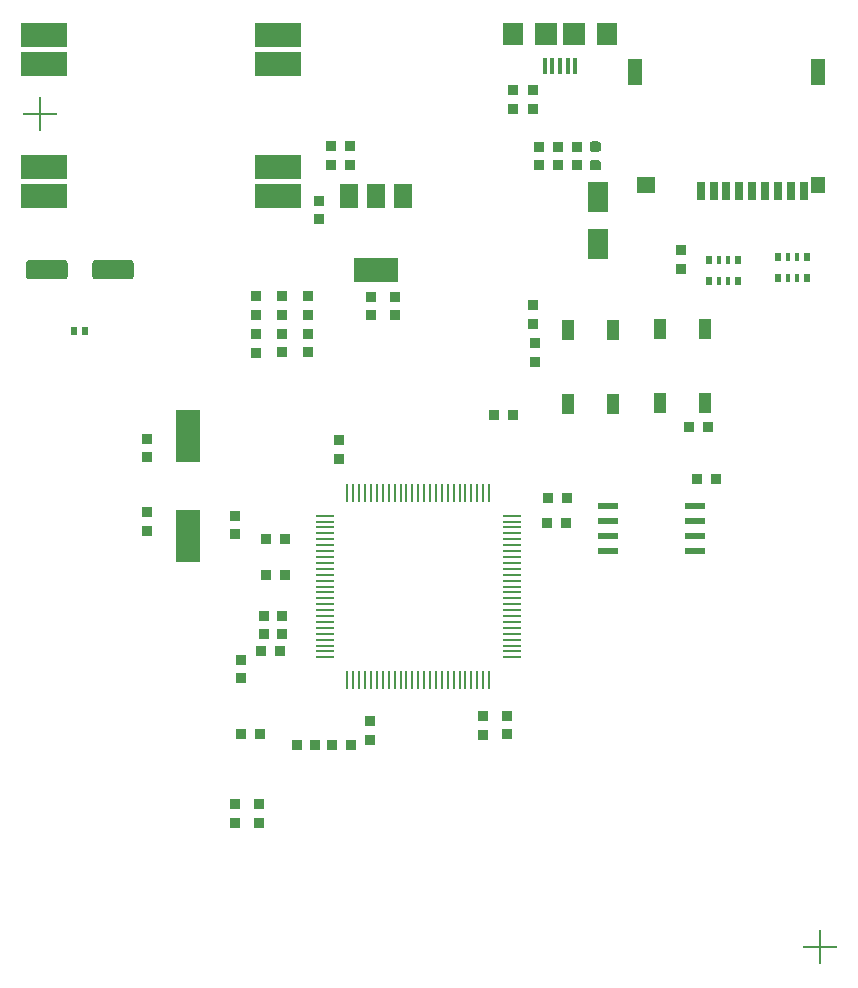
<source format=gtp>
G04 #@! TF.GenerationSoftware,KiCad,Pcbnew,6.0.0-unknown-0ba0c17~86~ubuntu19.04.1*
G04 #@! TF.CreationDate,2019-08-25T23:17:57-07:00*
G04 #@! TF.ProjectId,Nucleo-64-407,4e75636c-656f-42d3-9634-2d3430372e6b,rev?*
G04 #@! TF.SameCoordinates,PX328b740PY6ea0500*
G04 #@! TF.FileFunction,Paste,Top*
G04 #@! TF.FilePolarity,Positive*
%FSLAX46Y46*%
G04 Gerber Fmt 4.6, Leading zero omitted, Abs format (unit mm)*
G04 Created by KiCad (PCBNEW 6.0.0-unknown-0ba0c17~86~ubuntu19.04.1) date 2019-08-25 23:17:57*
%MOMM*%
%LPD*%
G04 APERTURE LIST*
%ADD10R,1.800000X2.500000*%
%ADD11R,1.000000X1.700000*%
%ADD12R,0.500000X0.800000*%
%ADD13R,0.400000X0.800000*%
%ADD14R,4.000000X2.000000*%
%ADD15R,0.700000X1.600000*%
%ADD16R,1.200000X1.400000*%
%ADD17R,1.600000X1.400000*%
%ADD18R,1.200000X2.200000*%
%ADD19R,1.800000X1.900000*%
%ADD20R,1.900000X1.900000*%
%ADD21R,0.400000X1.350000*%
%ADD22R,0.590000X0.640000*%
%ADD23R,0.950000X0.875000*%
%ADD24R,3.000000X0.127000*%
%ADD25R,0.127000X3.000000*%
%ADD26R,0.875000X0.950000*%
%ADD27R,2.000000X4.500000*%
%ADD28R,1.750000X0.550000*%
%ADD29R,1.500000X2.000000*%
%ADD30R,3.800000X2.000000*%
%ADD31R,0.280000X1.500000*%
%ADD32R,1.500000X0.280000*%
%ADD33C,0.100000*%
%ADD34C,0.875000*%
%ADD35C,1.600000*%
G04 APERTURE END LIST*
D10*
X49743000Y61009500D03*
X49743000Y65009500D03*
D11*
X58800000Y53800000D03*
X55000000Y53800000D03*
X58800000Y47500000D03*
X55000000Y47500000D03*
X47200000Y47440000D03*
X51000000Y47440000D03*
X47200000Y53740000D03*
X51000000Y53740000D03*
D12*
X61554000Y59634000D03*
D13*
X60754000Y59634000D03*
D12*
X59154000Y59634000D03*
D13*
X59954000Y59634000D03*
D12*
X61554000Y57834000D03*
D13*
X59954000Y57834000D03*
X60754000Y57834000D03*
D12*
X59154000Y57834000D03*
X67389500Y59940500D03*
D13*
X66589500Y59940500D03*
D12*
X64989500Y59940500D03*
D13*
X65789500Y59940500D03*
D12*
X67389500Y58140500D03*
D13*
X65789500Y58140500D03*
X66589500Y58140500D03*
D12*
X64989500Y58140500D03*
D14*
X22620000Y67480000D03*
X22620000Y65080000D03*
X22620000Y76280000D03*
X22620000Y78680000D03*
X2820000Y67480000D03*
X2820000Y65080000D03*
X2820000Y76280000D03*
X2820000Y78680000D03*
D15*
X60600000Y65500000D03*
X59500000Y65500000D03*
X58400000Y65500000D03*
X61700000Y65500000D03*
X62800000Y65500000D03*
X63900000Y65500000D03*
X66100000Y65500000D03*
X65000000Y65500000D03*
X67200000Y65500000D03*
D16*
X68350000Y66000000D03*
D17*
X53750000Y66000000D03*
D18*
X68350000Y75600000D03*
X52850000Y75600000D03*
D19*
X42500000Y78750000D03*
X50500000Y78750000D03*
D20*
X45300000Y78750000D03*
X47700000Y78750000D03*
D21*
X45200000Y76075000D03*
X45850000Y76075000D03*
X46500000Y76075000D03*
X47150000Y76075000D03*
X47800000Y76075000D03*
D22*
X5354000Y53643000D03*
X6324000Y53643000D03*
D23*
X42500000Y72425000D03*
X42500000Y74000000D03*
D24*
X68500000Y1500000D03*
D25*
X68500000Y1500000D03*
D24*
X2500000Y72000000D03*
D25*
X2500000Y72000000D03*
D23*
X44250000Y72425000D03*
X44250000Y74000000D03*
X23000000Y51825000D03*
X23000000Y53400000D03*
X25200000Y51825000D03*
X25200000Y53400000D03*
X20800000Y51800000D03*
X20800000Y53375000D03*
D26*
X24225000Y18600000D03*
X25800000Y18600000D03*
D23*
X23000000Y56575000D03*
X23000000Y55000000D03*
X25200000Y56575000D03*
X25200000Y55000000D03*
X20800000Y56575000D03*
X20800000Y55000000D03*
D26*
X27225000Y18600000D03*
X28800000Y18600000D03*
D23*
X21000000Y13575500D03*
X21000000Y12000500D03*
X19000000Y13575500D03*
X19000000Y12000500D03*
D26*
X57424500Y45500000D03*
X58999500Y45500000D03*
D23*
X46314000Y69251500D03*
X46314000Y67676500D03*
X47902000Y69251500D03*
X47902000Y67676500D03*
X44726500Y69251500D03*
X44726500Y67676500D03*
D26*
X19500000Y19500000D03*
X21075000Y19500000D03*
D23*
X19500000Y25787500D03*
X19500000Y24212500D03*
X19000000Y38000000D03*
X19000000Y36425000D03*
D26*
X40925000Y46500000D03*
X42500000Y46500000D03*
D23*
X44425000Y51000000D03*
X44425000Y52575000D03*
X26057500Y64679500D03*
X26057500Y63104500D03*
X30500000Y56537500D03*
X30500000Y54962500D03*
X32500000Y56525000D03*
X32500000Y54950000D03*
D26*
X58099500Y41070000D03*
X59674500Y41070000D03*
D23*
X27073500Y67689000D03*
X27073500Y69264000D03*
X28724500Y67689000D03*
X28724500Y69264000D03*
X56728000Y58913500D03*
X56728000Y60488500D03*
D26*
X23200000Y36000000D03*
X21625000Y36000000D03*
X23000000Y29500000D03*
X21425000Y29500000D03*
X22787500Y26500000D03*
X21212500Y26500000D03*
X22975000Y28000000D03*
X21400000Y28000000D03*
X45500000Y39500000D03*
X47075000Y39500000D03*
D23*
X42000000Y21075000D03*
X42000000Y19500000D03*
D26*
X46975000Y37400000D03*
X45400000Y37400000D03*
D23*
X11500000Y36712500D03*
X11500000Y38287500D03*
X11500000Y44500000D03*
X11500000Y42925000D03*
D26*
X23187500Y33000000D03*
X21612500Y33000000D03*
D23*
X40000000Y19425000D03*
X40000000Y21000000D03*
X44250000Y54250000D03*
X44250000Y55825000D03*
X27800000Y42812500D03*
X27800000Y44387500D03*
X30400000Y20587500D03*
X30400000Y19012500D03*
D27*
X15000000Y36250000D03*
X15000000Y44750000D03*
D28*
X57968000Y38784000D03*
X57968000Y37514000D03*
X57968000Y36244000D03*
X57968000Y34974000D03*
X50568000Y34974000D03*
X50568000Y36244000D03*
X50568000Y37514000D03*
X50568000Y38784000D03*
D29*
X33247000Y65086500D03*
X28647000Y65086500D03*
X30947000Y65086500D03*
D30*
X30947000Y58786500D03*
D31*
X28500000Y39900000D03*
X29000000Y39900000D03*
X29500001Y39900000D03*
X30000000Y39900000D03*
X30499999Y39900000D03*
X31000000Y39900000D03*
X31500000Y39900000D03*
X32000000Y39900001D03*
X32500000Y39900000D03*
X33000000Y39900000D03*
X33500000Y39900000D03*
X34000000Y39900000D03*
X34500000Y39900001D03*
X35000000Y39900000D03*
X35500000Y39900000D03*
X36000000Y39900000D03*
X36500000Y39900000D03*
X37000000Y39900001D03*
X37500000Y39900000D03*
X38000000Y39900000D03*
X38500001Y39900000D03*
X39000000Y39900000D03*
X39499999Y39900000D03*
X40000000Y39900000D03*
X40500000Y39900000D03*
D32*
X42400000Y38000000D03*
X42400000Y37500000D03*
X42400000Y36999999D03*
X42400000Y36500000D03*
X42400000Y36000001D03*
X42400000Y35500000D03*
X42400000Y35000000D03*
X42400001Y34500000D03*
X42400000Y34000000D03*
X42400000Y33500000D03*
X42400000Y33000000D03*
X42400000Y32500000D03*
X42400001Y32000000D03*
X42400000Y31500000D03*
X42400000Y31000000D03*
X42400000Y30500000D03*
X42400000Y30000000D03*
X42400001Y29500000D03*
X42400000Y29000000D03*
X42400000Y28500000D03*
X42400000Y27999999D03*
X42400000Y27500000D03*
X42400000Y27000001D03*
X42400000Y26500000D03*
X42400000Y26000000D03*
D31*
X40500000Y24100000D03*
X40000000Y24100000D03*
X39499999Y24100000D03*
X39000000Y24100000D03*
X38500001Y24100000D03*
X38000000Y24100000D03*
X37500000Y24100000D03*
X37000000Y24099999D03*
X36500000Y24100000D03*
X36000000Y24100000D03*
X35500000Y24100000D03*
X35000000Y24100000D03*
X34500000Y24099999D03*
X34000000Y24100000D03*
X33500000Y24100000D03*
X33000000Y24100000D03*
X32500000Y24100000D03*
X32000000Y24099999D03*
X31500000Y24100000D03*
X31000000Y24100000D03*
X30499999Y24100000D03*
X30000000Y24100000D03*
X29500001Y24100000D03*
X29000000Y24100000D03*
X28500000Y24100000D03*
D32*
X26600000Y26000000D03*
X26600000Y26500000D03*
X26600000Y27000001D03*
X26600000Y27500000D03*
X26600000Y27999999D03*
X26600000Y28500000D03*
X26600000Y29000000D03*
X26599999Y29500000D03*
X26600000Y30000000D03*
X26600000Y30500000D03*
X26600000Y31000000D03*
X26600000Y31500000D03*
X26599999Y32000000D03*
X26600000Y32500000D03*
X26600000Y33000000D03*
X26600000Y33500000D03*
X26600000Y34000000D03*
X26599999Y34500000D03*
X26600000Y35000000D03*
X26600000Y35500000D03*
X26600000Y36000001D03*
X26600000Y36500000D03*
X26600000Y36999999D03*
X26600000Y37500000D03*
X26600000Y38000000D03*
D33*
G36*
X49828962Y68097349D02*
G01*
X49899930Y68049930D01*
X49947349Y67978962D01*
X49964000Y67895250D01*
X49964000Y67457750D01*
X49947349Y67374038D01*
X49899930Y67303070D01*
X49828962Y67255651D01*
X49745250Y67239000D01*
X49232750Y67239000D01*
X49149038Y67255651D01*
X49078070Y67303070D01*
X49030651Y67374038D01*
X49014000Y67457750D01*
X49014000Y67895250D01*
X49030651Y67978962D01*
X49078070Y68049930D01*
X49149038Y68097349D01*
X49232750Y68114000D01*
X49745250Y68114000D01*
X49828962Y68097349D01*
X49828962Y68097349D01*
G37*
D34*
X49489000Y67676500D03*
D33*
G36*
X49828962Y69672349D02*
G01*
X49899930Y69624930D01*
X49947349Y69553962D01*
X49964000Y69470250D01*
X49964000Y69032750D01*
X49947349Y68949038D01*
X49899930Y68878070D01*
X49828962Y68830651D01*
X49745250Y68814000D01*
X49232750Y68814000D01*
X49149038Y68830651D01*
X49078070Y68878070D01*
X49030651Y68949038D01*
X49014000Y69032750D01*
X49014000Y69470250D01*
X49030651Y69553962D01*
X49078070Y69624930D01*
X49149038Y69672349D01*
X49232750Y69689000D01*
X49745250Y69689000D01*
X49828962Y69672349D01*
X49828962Y69672349D01*
G37*
D34*
X49489000Y69251500D03*
D33*
G36*
X10254171Y59630970D02*
G01*
X10335277Y59576777D01*
X10389470Y59495671D01*
X10408500Y59400000D01*
X10408500Y58300000D01*
X10389470Y58204329D01*
X10335277Y58123223D01*
X10254171Y58069030D01*
X10158500Y58050000D01*
X7158500Y58050000D01*
X7062829Y58069030D01*
X6981723Y58123223D01*
X6927530Y58204329D01*
X6908500Y58300000D01*
X6908500Y59400000D01*
X6927530Y59495671D01*
X6981723Y59576777D01*
X7062829Y59630970D01*
X7158500Y59650000D01*
X10158500Y59650000D01*
X10254171Y59630970D01*
X10254171Y59630970D01*
G37*
D35*
X8658500Y58850000D03*
D33*
G36*
X4654171Y59630970D02*
G01*
X4735277Y59576777D01*
X4789470Y59495671D01*
X4808500Y59400000D01*
X4808500Y58300000D01*
X4789470Y58204329D01*
X4735277Y58123223D01*
X4654171Y58069030D01*
X4558500Y58050000D01*
X1558500Y58050000D01*
X1462829Y58069030D01*
X1381723Y58123223D01*
X1327530Y58204329D01*
X1308500Y58300000D01*
X1308500Y59400000D01*
X1327530Y59495671D01*
X1381723Y59576777D01*
X1462829Y59630970D01*
X1558500Y59650000D01*
X4558500Y59650000D01*
X4654171Y59630970D01*
X4654171Y59630970D01*
G37*
D35*
X3058500Y58850000D03*
M02*

</source>
